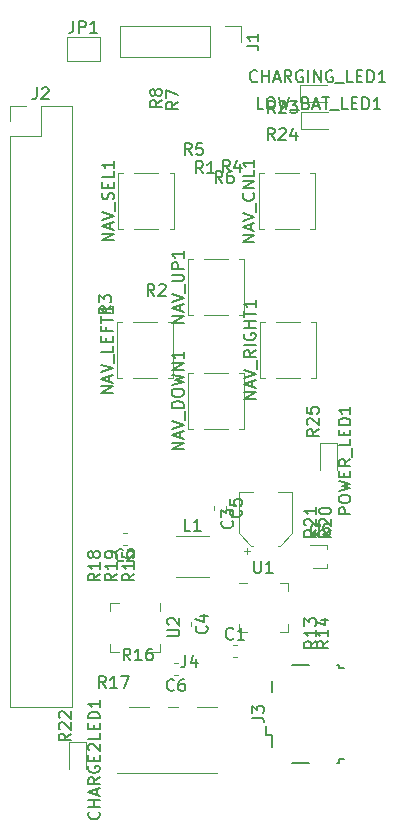
<source format=gbr>
G04 #@! TF.GenerationSoftware,KiCad,Pcbnew,5.0.2+dfsg1-1*
G04 #@! TF.CreationDate,2019-03-28T13:57:09+00:00*
G04 #@! TF.ProjectId,PiZeroInteract,50695a65-726f-4496-9e74-65726163742e,rev?*
G04 #@! TF.SameCoordinates,Original*
G04 #@! TF.FileFunction,Legend,Top*
G04 #@! TF.FilePolarity,Positive*
%FSLAX46Y46*%
G04 Gerber Fmt 4.6, Leading zero omitted, Abs format (unit mm)*
G04 Created by KiCad (PCBNEW 5.0.2+dfsg1-1) date Thu 28 Mar 2019 13:57:09 GMT*
%MOMM*%
%LPD*%
G01*
G04 APERTURE LIST*
%ADD10C,0.120000*%
%ADD11C,0.150000*%
G04 APERTURE END LIST*
D10*
G04 #@! TO.C,NAV_CNL1*
X137030000Y-72470000D02*
X137030000Y-67730000D01*
X137030000Y-72470000D02*
X137430000Y-72470000D01*
X137030000Y-67730000D02*
X137430000Y-67730000D01*
X141770000Y-72470000D02*
X141370000Y-72470000D01*
X141770000Y-72470000D02*
X141770000Y-67730000D01*
X141770000Y-67730000D02*
X141370000Y-67730000D01*
X140430000Y-67730000D02*
X138370000Y-67730000D01*
X140430000Y-72470000D02*
X138370000Y-72470000D01*
G04 #@! TO.C,L1*
X130013748Y-98490000D02*
X132786252Y-98490000D01*
X130013748Y-101910000D02*
X132786252Y-101910000D01*
G04 #@! TO.C,C4*
X130290000Y-105749721D02*
X130290000Y-106075279D01*
X131310000Y-105749721D02*
X131310000Y-106075279D01*
G04 #@! TO.C,C1*
X134849721Y-107690000D02*
X135175279Y-107690000D01*
X134849721Y-108710000D02*
X135175279Y-108710000D01*
G04 #@! TO.C,C2*
X125862779Y-99210000D02*
X125537221Y-99210000D01*
X125862779Y-98190000D02*
X125537221Y-98190000D01*
G04 #@! TO.C,C3*
X139860000Y-94740000D02*
X138660000Y-94740000D01*
X135340000Y-94740000D02*
X136540000Y-94740000D01*
X135340000Y-98195563D02*
X135340000Y-94740000D01*
X139860000Y-98195563D02*
X139860000Y-94740000D01*
X138795563Y-99260000D02*
X138660000Y-99260000D01*
X136404437Y-99260000D02*
X136540000Y-99260000D01*
X136404437Y-99260000D02*
X135340000Y-98195563D01*
X138795563Y-99260000D02*
X139860000Y-98195563D01*
X136040000Y-100000000D02*
X136040000Y-99500000D01*
X135790000Y-99750000D02*
X136290000Y-99750000D01*
G04 #@! TO.C,C5*
X133190000Y-95937221D02*
X133190000Y-96262779D01*
X134210000Y-95937221D02*
X134210000Y-96262779D01*
G04 #@! TO.C,C6*
X130162779Y-110210000D02*
X129837221Y-110210000D01*
X130162779Y-109190000D02*
X129837221Y-109190000D01*
G04 #@! TO.C,CHARGE2LED1*
X120965000Y-115915000D02*
X120965000Y-118200000D01*
X122435000Y-115915000D02*
X120965000Y-115915000D01*
X122435000Y-118200000D02*
X122435000Y-115915000D01*
G04 #@! TO.C,CHARGING_LED1*
X140515000Y-61735000D02*
X142800000Y-61735000D01*
X140515000Y-60265000D02*
X140515000Y-61735000D01*
X142800000Y-60265000D02*
X140515000Y-60265000D01*
G04 #@! TO.C,J1*
X125250000Y-55270000D02*
X125250000Y-57930000D01*
X132930000Y-55270000D02*
X125250000Y-55270000D01*
X132930000Y-57930000D02*
X125250000Y-57930000D01*
X132930000Y-55270000D02*
X132930000Y-57930000D01*
X134200000Y-55270000D02*
X135530000Y-55270000D01*
X135530000Y-55270000D02*
X135530000Y-56600000D01*
G04 #@! TO.C,J2*
X115970000Y-112940000D02*
X121170000Y-112940000D01*
X115970000Y-64620000D02*
X115970000Y-112940000D01*
X121170000Y-62020000D02*
X121170000Y-112940000D01*
X115970000Y-64620000D02*
X118570000Y-64620000D01*
X118570000Y-64620000D02*
X118570000Y-62020000D01*
X118570000Y-62020000D02*
X121170000Y-62020000D01*
X115970000Y-63350000D02*
X115970000Y-62020000D01*
X115970000Y-62020000D02*
X117300000Y-62020000D01*
D11*
G04 #@! TO.C,J3*
X139850000Y-117650000D02*
X141250000Y-117650000D01*
X143650000Y-117650000D02*
X143800000Y-117650000D01*
X143800000Y-117650000D02*
X143800000Y-117350000D01*
X143800000Y-117350000D02*
X144250000Y-117350000D01*
X144250000Y-109650000D02*
X143800000Y-109650000D01*
X143800000Y-109650000D02*
X143800000Y-109350000D01*
X143800000Y-109350000D02*
X143650000Y-109350000D01*
X141250000Y-109350000D02*
X139850000Y-109350000D01*
X137675000Y-114575000D02*
X137675000Y-115300000D01*
X137675000Y-115300000D02*
X138100000Y-115300000D01*
X138100000Y-115300000D02*
X138100000Y-116300000D01*
X138100000Y-111700000D02*
X138100000Y-110700000D01*
D10*
G04 #@! TO.C,J4*
X131800000Y-112900000D02*
X133500000Y-112900000D01*
X129300000Y-112900000D02*
X130200000Y-112900000D01*
X126000000Y-112900000D02*
X127700000Y-112900000D01*
X133500000Y-118510000D02*
X125000000Y-118510000D01*
G04 #@! TO.C,JP1*
X120750000Y-58200000D02*
X120750000Y-56200000D01*
X123550000Y-58200000D02*
X120750000Y-58200000D01*
X123550000Y-56200000D02*
X123550000Y-58200000D01*
X120750000Y-56200000D02*
X123550000Y-56200000D01*
G04 #@! TO.C,LOW_BAT_LED1*
X142900000Y-62565000D02*
X140615000Y-62565000D01*
X140615000Y-62565000D02*
X140615000Y-64035000D01*
X140615000Y-64035000D02*
X142900000Y-64035000D01*
G04 #@! TO.C,NAV_DOWN1*
X131030000Y-89370000D02*
X131030000Y-84630000D01*
X131030000Y-89370000D02*
X131430000Y-89370000D01*
X131030000Y-84630000D02*
X131430000Y-84630000D01*
X135770000Y-89370000D02*
X135370000Y-89370000D01*
X135770000Y-89370000D02*
X135770000Y-84630000D01*
X135770000Y-84630000D02*
X135370000Y-84630000D01*
X134430000Y-84630000D02*
X132370000Y-84630000D01*
X134430000Y-89370000D02*
X132370000Y-89370000D01*
G04 #@! TO.C,NAV_LEFT1*
X128430000Y-85070000D02*
X126370000Y-85070000D01*
X128430000Y-80330000D02*
X126370000Y-80330000D01*
X129770000Y-80330000D02*
X129370000Y-80330000D01*
X129770000Y-85070000D02*
X129770000Y-80330000D01*
X129770000Y-85070000D02*
X129370000Y-85070000D01*
X125030000Y-80330000D02*
X125430000Y-80330000D01*
X125030000Y-85070000D02*
X125430000Y-85070000D01*
X125030000Y-85070000D02*
X125030000Y-80330000D01*
G04 #@! TO.C,NAV_RIGHT1*
X137130000Y-85070000D02*
X137130000Y-80330000D01*
X137130000Y-85070000D02*
X137530000Y-85070000D01*
X137130000Y-80330000D02*
X137530000Y-80330000D01*
X141870000Y-85070000D02*
X141470000Y-85070000D01*
X141870000Y-85070000D02*
X141870000Y-80330000D01*
X141870000Y-80330000D02*
X141470000Y-80330000D01*
X140530000Y-80330000D02*
X138470000Y-80330000D01*
X140530000Y-85070000D02*
X138470000Y-85070000D01*
G04 #@! TO.C,NAV_SEL1*
X128530000Y-72470000D02*
X126470000Y-72470000D01*
X128530000Y-67730000D02*
X126470000Y-67730000D01*
X129870000Y-67730000D02*
X129470000Y-67730000D01*
X129870000Y-72470000D02*
X129870000Y-67730000D01*
X129870000Y-72470000D02*
X129470000Y-72470000D01*
X125130000Y-67730000D02*
X125530000Y-67730000D01*
X125130000Y-72470000D02*
X125530000Y-72470000D01*
X125130000Y-72470000D02*
X125130000Y-67730000D01*
G04 #@! TO.C,NAV_UP1*
X134430000Y-79770000D02*
X132370000Y-79770000D01*
X134430000Y-75030000D02*
X132370000Y-75030000D01*
X135770000Y-75030000D02*
X135370000Y-75030000D01*
X135770000Y-79770000D02*
X135770000Y-75030000D01*
X135770000Y-79770000D02*
X135370000Y-79770000D01*
X131030000Y-75030000D02*
X131430000Y-75030000D01*
X131030000Y-79770000D02*
X131430000Y-79770000D01*
X131030000Y-79770000D02*
X131030000Y-75030000D01*
G04 #@! TO.C,POWER_LED1*
X143635000Y-92887500D02*
X143635000Y-90602500D01*
X143635000Y-90602500D02*
X142165000Y-90602500D01*
X142165000Y-90602500D02*
X142165000Y-92887500D01*
G04 #@! TO.C,Q5*
X142760000Y-101160000D02*
X142760000Y-100850000D01*
X142760000Y-99240000D02*
X142760000Y-99550000D01*
X142760000Y-99240000D02*
X141350000Y-99240000D01*
X142760000Y-101160000D02*
X141600000Y-101160000D01*
G04 #@! TO.C,U1*
X139460000Y-102465000D02*
X139460000Y-103115000D01*
X135340000Y-106585000D02*
X135340000Y-105935000D01*
X139460000Y-106585000D02*
X139460000Y-105935000D01*
X135340000Y-106585000D02*
X135990000Y-106585000D01*
X139460000Y-106585000D02*
X138810000Y-106585000D01*
X139460000Y-102465000D02*
X138810000Y-102465000D01*
X135340000Y-102465000D02*
X135990000Y-102465000D01*
G04 #@! TO.C,U2*
X128647500Y-107585000D02*
X128647500Y-108310000D01*
X128647500Y-108310000D02*
X127922500Y-108310000D01*
X124427500Y-104815000D02*
X124427500Y-104090000D01*
X124427500Y-104090000D02*
X125152500Y-104090000D01*
X124427500Y-107585000D02*
X124427500Y-108310000D01*
X124427500Y-108310000D02*
X125152500Y-108310000D01*
X128647500Y-104815000D02*
X128647500Y-104090000D01*
G04 #@! TO.C,NAV_CNL1*
D11*
X136652380Y-73528571D02*
X135652380Y-73528571D01*
X136652380Y-72957142D01*
X135652380Y-72957142D01*
X136366666Y-72528571D02*
X136366666Y-72052380D01*
X136652380Y-72623809D02*
X135652380Y-72290476D01*
X136652380Y-71957142D01*
X135652380Y-71766666D02*
X136652380Y-71433333D01*
X135652380Y-71100000D01*
X136747619Y-71004761D02*
X136747619Y-70242857D01*
X136557142Y-69433333D02*
X136604761Y-69480952D01*
X136652380Y-69623809D01*
X136652380Y-69719047D01*
X136604761Y-69861904D01*
X136509523Y-69957142D01*
X136414285Y-70004761D01*
X136223809Y-70052380D01*
X136080952Y-70052380D01*
X135890476Y-70004761D01*
X135795238Y-69957142D01*
X135700000Y-69861904D01*
X135652380Y-69719047D01*
X135652380Y-69623809D01*
X135700000Y-69480952D01*
X135747619Y-69433333D01*
X136652380Y-69004761D02*
X135652380Y-69004761D01*
X136652380Y-68433333D01*
X135652380Y-68433333D01*
X136652380Y-67480952D02*
X136652380Y-67957142D01*
X135652380Y-67957142D01*
X136652380Y-66623809D02*
X136652380Y-67195238D01*
X136652380Y-66909523D02*
X135652380Y-66909523D01*
X135795238Y-67004761D01*
X135890476Y-67100000D01*
X135938095Y-67195238D01*
G04 #@! TO.C,L1*
X131233333Y-98002380D02*
X130757142Y-98002380D01*
X130757142Y-97002380D01*
X132090476Y-98002380D02*
X131519047Y-98002380D01*
X131804761Y-98002380D02*
X131804761Y-97002380D01*
X131709523Y-97145238D01*
X131614285Y-97240476D01*
X131519047Y-97288095D01*
G04 #@! TO.C,R15*
X126482380Y-101642857D02*
X126006190Y-101976190D01*
X126482380Y-102214285D02*
X125482380Y-102214285D01*
X125482380Y-101833333D01*
X125530000Y-101738095D01*
X125577619Y-101690476D01*
X125672857Y-101642857D01*
X125815714Y-101642857D01*
X125910952Y-101690476D01*
X125958571Y-101738095D01*
X126006190Y-101833333D01*
X126006190Y-102214285D01*
X126482380Y-100690476D02*
X126482380Y-101261904D01*
X126482380Y-100976190D02*
X125482380Y-100976190D01*
X125625238Y-101071428D01*
X125720476Y-101166666D01*
X125768095Y-101261904D01*
X125482380Y-99785714D02*
X125482380Y-100261904D01*
X125958571Y-100309523D01*
X125910952Y-100261904D01*
X125863333Y-100166666D01*
X125863333Y-99928571D01*
X125910952Y-99833333D01*
X125958571Y-99785714D01*
X126053809Y-99738095D01*
X126291904Y-99738095D01*
X126387142Y-99785714D01*
X126434761Y-99833333D01*
X126482380Y-99928571D01*
X126482380Y-100166666D01*
X126434761Y-100261904D01*
X126387142Y-100309523D01*
G04 #@! TO.C,C4*
X132587142Y-106079166D02*
X132634761Y-106126785D01*
X132682380Y-106269642D01*
X132682380Y-106364880D01*
X132634761Y-106507738D01*
X132539523Y-106602976D01*
X132444285Y-106650595D01*
X132253809Y-106698214D01*
X132110952Y-106698214D01*
X131920476Y-106650595D01*
X131825238Y-106602976D01*
X131730000Y-106507738D01*
X131682380Y-106364880D01*
X131682380Y-106269642D01*
X131730000Y-106126785D01*
X131777619Y-106079166D01*
X132015714Y-105222023D02*
X132682380Y-105222023D01*
X131634761Y-105460119D02*
X132349047Y-105698214D01*
X132349047Y-105079166D01*
G04 #@! TO.C,C1*
X134845833Y-107127142D02*
X134798214Y-107174761D01*
X134655357Y-107222380D01*
X134560119Y-107222380D01*
X134417261Y-107174761D01*
X134322023Y-107079523D01*
X134274404Y-106984285D01*
X134226785Y-106793809D01*
X134226785Y-106650952D01*
X134274404Y-106460476D01*
X134322023Y-106365238D01*
X134417261Y-106270000D01*
X134560119Y-106222380D01*
X134655357Y-106222380D01*
X134798214Y-106270000D01*
X134845833Y-106317619D01*
X135798214Y-107222380D02*
X135226785Y-107222380D01*
X135512500Y-107222380D02*
X135512500Y-106222380D01*
X135417261Y-106365238D01*
X135322023Y-106460476D01*
X135226785Y-106508095D01*
G04 #@! TO.C,C2*
X125533333Y-100487142D02*
X125485714Y-100534761D01*
X125342857Y-100582380D01*
X125247619Y-100582380D01*
X125104761Y-100534761D01*
X125009523Y-100439523D01*
X124961904Y-100344285D01*
X124914285Y-100153809D01*
X124914285Y-100010952D01*
X124961904Y-99820476D01*
X125009523Y-99725238D01*
X125104761Y-99630000D01*
X125247619Y-99582380D01*
X125342857Y-99582380D01*
X125485714Y-99630000D01*
X125533333Y-99677619D01*
X125914285Y-99677619D02*
X125961904Y-99630000D01*
X126057142Y-99582380D01*
X126295238Y-99582380D01*
X126390476Y-99630000D01*
X126438095Y-99677619D01*
X126485714Y-99772857D01*
X126485714Y-99868095D01*
X126438095Y-100010952D01*
X125866666Y-100582380D01*
X126485714Y-100582380D01*
G04 #@! TO.C,C3*
X134757142Y-97166666D02*
X134804761Y-97214285D01*
X134852380Y-97357142D01*
X134852380Y-97452380D01*
X134804761Y-97595238D01*
X134709523Y-97690476D01*
X134614285Y-97738095D01*
X134423809Y-97785714D01*
X134280952Y-97785714D01*
X134090476Y-97738095D01*
X133995238Y-97690476D01*
X133900000Y-97595238D01*
X133852380Y-97452380D01*
X133852380Y-97357142D01*
X133900000Y-97214285D01*
X133947619Y-97166666D01*
X133852380Y-96833333D02*
X133852380Y-96214285D01*
X134233333Y-96547619D01*
X134233333Y-96404761D01*
X134280952Y-96309523D01*
X134328571Y-96261904D01*
X134423809Y-96214285D01*
X134661904Y-96214285D01*
X134757142Y-96261904D01*
X134804761Y-96309523D01*
X134852380Y-96404761D01*
X134852380Y-96690476D01*
X134804761Y-96785714D01*
X134757142Y-96833333D01*
G04 #@! TO.C,C5*
X135487142Y-96266666D02*
X135534761Y-96314285D01*
X135582380Y-96457142D01*
X135582380Y-96552380D01*
X135534761Y-96695238D01*
X135439523Y-96790476D01*
X135344285Y-96838095D01*
X135153809Y-96885714D01*
X135010952Y-96885714D01*
X134820476Y-96838095D01*
X134725238Y-96790476D01*
X134630000Y-96695238D01*
X134582380Y-96552380D01*
X134582380Y-96457142D01*
X134630000Y-96314285D01*
X134677619Y-96266666D01*
X134582380Y-95361904D02*
X134582380Y-95838095D01*
X135058571Y-95885714D01*
X135010952Y-95838095D01*
X134963333Y-95742857D01*
X134963333Y-95504761D01*
X135010952Y-95409523D01*
X135058571Y-95361904D01*
X135153809Y-95314285D01*
X135391904Y-95314285D01*
X135487142Y-95361904D01*
X135534761Y-95409523D01*
X135582380Y-95504761D01*
X135582380Y-95742857D01*
X135534761Y-95838095D01*
X135487142Y-95885714D01*
G04 #@! TO.C,C6*
X129833333Y-111487142D02*
X129785714Y-111534761D01*
X129642857Y-111582380D01*
X129547619Y-111582380D01*
X129404761Y-111534761D01*
X129309523Y-111439523D01*
X129261904Y-111344285D01*
X129214285Y-111153809D01*
X129214285Y-111010952D01*
X129261904Y-110820476D01*
X129309523Y-110725238D01*
X129404761Y-110630000D01*
X129547619Y-110582380D01*
X129642857Y-110582380D01*
X129785714Y-110630000D01*
X129833333Y-110677619D01*
X130690476Y-110582380D02*
X130500000Y-110582380D01*
X130404761Y-110630000D01*
X130357142Y-110677619D01*
X130261904Y-110820476D01*
X130214285Y-111010952D01*
X130214285Y-111391904D01*
X130261904Y-111487142D01*
X130309523Y-111534761D01*
X130404761Y-111582380D01*
X130595238Y-111582380D01*
X130690476Y-111534761D01*
X130738095Y-111487142D01*
X130785714Y-111391904D01*
X130785714Y-111153809D01*
X130738095Y-111058571D01*
X130690476Y-111010952D01*
X130595238Y-110963333D01*
X130404761Y-110963333D01*
X130309523Y-111010952D01*
X130261904Y-111058571D01*
X130214285Y-111153809D01*
G04 #@! TO.C,CHARGE2LED1*
X123487142Y-121804761D02*
X123534761Y-121852380D01*
X123582380Y-121995238D01*
X123582380Y-122090476D01*
X123534761Y-122233333D01*
X123439523Y-122328571D01*
X123344285Y-122376190D01*
X123153809Y-122423809D01*
X123010952Y-122423809D01*
X122820476Y-122376190D01*
X122725238Y-122328571D01*
X122630000Y-122233333D01*
X122582380Y-122090476D01*
X122582380Y-121995238D01*
X122630000Y-121852380D01*
X122677619Y-121804761D01*
X123582380Y-121376190D02*
X122582380Y-121376190D01*
X123058571Y-121376190D02*
X123058571Y-120804761D01*
X123582380Y-120804761D02*
X122582380Y-120804761D01*
X123296666Y-120376190D02*
X123296666Y-119900000D01*
X123582380Y-120471428D02*
X122582380Y-120138095D01*
X123582380Y-119804761D01*
X123582380Y-118900000D02*
X123106190Y-119233333D01*
X123582380Y-119471428D02*
X122582380Y-119471428D01*
X122582380Y-119090476D01*
X122630000Y-118995238D01*
X122677619Y-118947619D01*
X122772857Y-118900000D01*
X122915714Y-118900000D01*
X123010952Y-118947619D01*
X123058571Y-118995238D01*
X123106190Y-119090476D01*
X123106190Y-119471428D01*
X122630000Y-117947619D02*
X122582380Y-118042857D01*
X122582380Y-118185714D01*
X122630000Y-118328571D01*
X122725238Y-118423809D01*
X122820476Y-118471428D01*
X123010952Y-118519047D01*
X123153809Y-118519047D01*
X123344285Y-118471428D01*
X123439523Y-118423809D01*
X123534761Y-118328571D01*
X123582380Y-118185714D01*
X123582380Y-118090476D01*
X123534761Y-117947619D01*
X123487142Y-117900000D01*
X123153809Y-117900000D01*
X123153809Y-118090476D01*
X123058571Y-117471428D02*
X123058571Y-117138095D01*
X123582380Y-116995238D02*
X123582380Y-117471428D01*
X122582380Y-117471428D01*
X122582380Y-116995238D01*
X122677619Y-116614285D02*
X122630000Y-116566666D01*
X122582380Y-116471428D01*
X122582380Y-116233333D01*
X122630000Y-116138095D01*
X122677619Y-116090476D01*
X122772857Y-116042857D01*
X122868095Y-116042857D01*
X123010952Y-116090476D01*
X123582380Y-116661904D01*
X123582380Y-116042857D01*
X123582380Y-115138095D02*
X123582380Y-115614285D01*
X122582380Y-115614285D01*
X123058571Y-114804761D02*
X123058571Y-114471428D01*
X123582380Y-114328571D02*
X123582380Y-114804761D01*
X122582380Y-114804761D01*
X122582380Y-114328571D01*
X123582380Y-113900000D02*
X122582380Y-113900000D01*
X122582380Y-113661904D01*
X122630000Y-113519047D01*
X122725238Y-113423809D01*
X122820476Y-113376190D01*
X123010952Y-113328571D01*
X123153809Y-113328571D01*
X123344285Y-113376190D01*
X123439523Y-113423809D01*
X123534761Y-113519047D01*
X123582380Y-113661904D01*
X123582380Y-113900000D01*
X123582380Y-112376190D02*
X123582380Y-112947619D01*
X123582380Y-112661904D02*
X122582380Y-112661904D01*
X122725238Y-112757142D01*
X122820476Y-112852380D01*
X122868095Y-112947619D01*
G04 #@! TO.C,CHARGING_LED1*
X136880952Y-59927142D02*
X136833333Y-59974761D01*
X136690476Y-60022380D01*
X136595238Y-60022380D01*
X136452380Y-59974761D01*
X136357142Y-59879523D01*
X136309523Y-59784285D01*
X136261904Y-59593809D01*
X136261904Y-59450952D01*
X136309523Y-59260476D01*
X136357142Y-59165238D01*
X136452380Y-59070000D01*
X136595238Y-59022380D01*
X136690476Y-59022380D01*
X136833333Y-59070000D01*
X136880952Y-59117619D01*
X137309523Y-60022380D02*
X137309523Y-59022380D01*
X137309523Y-59498571D02*
X137880952Y-59498571D01*
X137880952Y-60022380D02*
X137880952Y-59022380D01*
X138309523Y-59736666D02*
X138785714Y-59736666D01*
X138214285Y-60022380D02*
X138547619Y-59022380D01*
X138880952Y-60022380D01*
X139785714Y-60022380D02*
X139452380Y-59546190D01*
X139214285Y-60022380D02*
X139214285Y-59022380D01*
X139595238Y-59022380D01*
X139690476Y-59070000D01*
X139738095Y-59117619D01*
X139785714Y-59212857D01*
X139785714Y-59355714D01*
X139738095Y-59450952D01*
X139690476Y-59498571D01*
X139595238Y-59546190D01*
X139214285Y-59546190D01*
X140738095Y-59070000D02*
X140642857Y-59022380D01*
X140500000Y-59022380D01*
X140357142Y-59070000D01*
X140261904Y-59165238D01*
X140214285Y-59260476D01*
X140166666Y-59450952D01*
X140166666Y-59593809D01*
X140214285Y-59784285D01*
X140261904Y-59879523D01*
X140357142Y-59974761D01*
X140500000Y-60022380D01*
X140595238Y-60022380D01*
X140738095Y-59974761D01*
X140785714Y-59927142D01*
X140785714Y-59593809D01*
X140595238Y-59593809D01*
X141214285Y-60022380D02*
X141214285Y-59022380D01*
X141690476Y-60022380D02*
X141690476Y-59022380D01*
X142261904Y-60022380D01*
X142261904Y-59022380D01*
X143261904Y-59070000D02*
X143166666Y-59022380D01*
X143023809Y-59022380D01*
X142880952Y-59070000D01*
X142785714Y-59165238D01*
X142738095Y-59260476D01*
X142690476Y-59450952D01*
X142690476Y-59593809D01*
X142738095Y-59784285D01*
X142785714Y-59879523D01*
X142880952Y-59974761D01*
X143023809Y-60022380D01*
X143119047Y-60022380D01*
X143261904Y-59974761D01*
X143309523Y-59927142D01*
X143309523Y-59593809D01*
X143119047Y-59593809D01*
X143500000Y-60117619D02*
X144261904Y-60117619D01*
X144976190Y-60022380D02*
X144500000Y-60022380D01*
X144500000Y-59022380D01*
X145309523Y-59498571D02*
X145642857Y-59498571D01*
X145785714Y-60022380D02*
X145309523Y-60022380D01*
X145309523Y-59022380D01*
X145785714Y-59022380D01*
X146214285Y-60022380D02*
X146214285Y-59022380D01*
X146452380Y-59022380D01*
X146595238Y-59070000D01*
X146690476Y-59165238D01*
X146738095Y-59260476D01*
X146785714Y-59450952D01*
X146785714Y-59593809D01*
X146738095Y-59784285D01*
X146690476Y-59879523D01*
X146595238Y-59974761D01*
X146452380Y-60022380D01*
X146214285Y-60022380D01*
X147738095Y-60022380D02*
X147166666Y-60022380D01*
X147452380Y-60022380D02*
X147452380Y-59022380D01*
X147357142Y-59165238D01*
X147261904Y-59260476D01*
X147166666Y-59308095D01*
G04 #@! TO.C,J1*
X135982380Y-56933333D02*
X136696666Y-56933333D01*
X136839523Y-56980952D01*
X136934761Y-57076190D01*
X136982380Y-57219047D01*
X136982380Y-57314285D01*
X136982380Y-55933333D02*
X136982380Y-56504761D01*
X136982380Y-56219047D02*
X135982380Y-56219047D01*
X136125238Y-56314285D01*
X136220476Y-56409523D01*
X136268095Y-56504761D01*
G04 #@! TO.C,J2*
X118236666Y-60472380D02*
X118236666Y-61186666D01*
X118189047Y-61329523D01*
X118093809Y-61424761D01*
X117950952Y-61472380D01*
X117855714Y-61472380D01*
X118665238Y-60567619D02*
X118712857Y-60520000D01*
X118808095Y-60472380D01*
X119046190Y-60472380D01*
X119141428Y-60520000D01*
X119189047Y-60567619D01*
X119236666Y-60662857D01*
X119236666Y-60758095D01*
X119189047Y-60900952D01*
X118617619Y-61472380D01*
X119236666Y-61472380D01*
G04 #@! TO.C,J3*
X136452380Y-113833333D02*
X137166666Y-113833333D01*
X137309523Y-113880952D01*
X137404761Y-113976190D01*
X137452380Y-114119047D01*
X137452380Y-114214285D01*
X136452380Y-113452380D02*
X136452380Y-112833333D01*
X136833333Y-113166666D01*
X136833333Y-113023809D01*
X136880952Y-112928571D01*
X136928571Y-112880952D01*
X137023809Y-112833333D01*
X137261904Y-112833333D01*
X137357142Y-112880952D01*
X137404761Y-112928571D01*
X137452380Y-113023809D01*
X137452380Y-113309523D01*
X137404761Y-113404761D01*
X137357142Y-113452380D01*
G04 #@! TO.C,J4*
X130816666Y-108552380D02*
X130816666Y-109266666D01*
X130769047Y-109409523D01*
X130673809Y-109504761D01*
X130530952Y-109552380D01*
X130435714Y-109552380D01*
X131721428Y-108885714D02*
X131721428Y-109552380D01*
X131483333Y-108504761D02*
X131245238Y-109219047D01*
X131864285Y-109219047D01*
G04 #@! TO.C,JP1*
X121316666Y-54852380D02*
X121316666Y-55566666D01*
X121269047Y-55709523D01*
X121173809Y-55804761D01*
X121030952Y-55852380D01*
X120935714Y-55852380D01*
X121792857Y-55852380D02*
X121792857Y-54852380D01*
X122173809Y-54852380D01*
X122269047Y-54900000D01*
X122316666Y-54947619D01*
X122364285Y-55042857D01*
X122364285Y-55185714D01*
X122316666Y-55280952D01*
X122269047Y-55328571D01*
X122173809Y-55376190D01*
X121792857Y-55376190D01*
X123316666Y-55852380D02*
X122745238Y-55852380D01*
X123030952Y-55852380D02*
X123030952Y-54852380D01*
X122935714Y-54995238D01*
X122840476Y-55090476D01*
X122745238Y-55138095D01*
G04 #@! TO.C,LOW_BAT_LED1*
X137409523Y-62322380D02*
X136933333Y-62322380D01*
X136933333Y-61322380D01*
X137933333Y-61322380D02*
X138123809Y-61322380D01*
X138219047Y-61370000D01*
X138314285Y-61465238D01*
X138361904Y-61655714D01*
X138361904Y-61989047D01*
X138314285Y-62179523D01*
X138219047Y-62274761D01*
X138123809Y-62322380D01*
X137933333Y-62322380D01*
X137838095Y-62274761D01*
X137742857Y-62179523D01*
X137695238Y-61989047D01*
X137695238Y-61655714D01*
X137742857Y-61465238D01*
X137838095Y-61370000D01*
X137933333Y-61322380D01*
X138695238Y-61322380D02*
X138933333Y-62322380D01*
X139123809Y-61608095D01*
X139314285Y-62322380D01*
X139552380Y-61322380D01*
X139695238Y-62417619D02*
X140457142Y-62417619D01*
X141028571Y-61798571D02*
X141171428Y-61846190D01*
X141219047Y-61893809D01*
X141266666Y-61989047D01*
X141266666Y-62131904D01*
X141219047Y-62227142D01*
X141171428Y-62274761D01*
X141076190Y-62322380D01*
X140695238Y-62322380D01*
X140695238Y-61322380D01*
X141028571Y-61322380D01*
X141123809Y-61370000D01*
X141171428Y-61417619D01*
X141219047Y-61512857D01*
X141219047Y-61608095D01*
X141171428Y-61703333D01*
X141123809Y-61750952D01*
X141028571Y-61798571D01*
X140695238Y-61798571D01*
X141647619Y-62036666D02*
X142123809Y-62036666D01*
X141552380Y-62322380D02*
X141885714Y-61322380D01*
X142219047Y-62322380D01*
X142409523Y-61322380D02*
X142980952Y-61322380D01*
X142695238Y-62322380D02*
X142695238Y-61322380D01*
X143076190Y-62417619D02*
X143838095Y-62417619D01*
X144552380Y-62322380D02*
X144076190Y-62322380D01*
X144076190Y-61322380D01*
X144885714Y-61798571D02*
X145219047Y-61798571D01*
X145361904Y-62322380D02*
X144885714Y-62322380D01*
X144885714Y-61322380D01*
X145361904Y-61322380D01*
X145790476Y-62322380D02*
X145790476Y-61322380D01*
X146028571Y-61322380D01*
X146171428Y-61370000D01*
X146266666Y-61465238D01*
X146314285Y-61560476D01*
X146361904Y-61750952D01*
X146361904Y-61893809D01*
X146314285Y-62084285D01*
X146266666Y-62179523D01*
X146171428Y-62274761D01*
X146028571Y-62322380D01*
X145790476Y-62322380D01*
X147314285Y-62322380D02*
X146742857Y-62322380D01*
X147028571Y-62322380D02*
X147028571Y-61322380D01*
X146933333Y-61465238D01*
X146838095Y-61560476D01*
X146742857Y-61608095D01*
G04 #@! TO.C,NAV_DOWN1*
X130652380Y-91119047D02*
X129652380Y-91119047D01*
X130652380Y-90547619D01*
X129652380Y-90547619D01*
X130366666Y-90119047D02*
X130366666Y-89642857D01*
X130652380Y-90214285D02*
X129652380Y-89880952D01*
X130652380Y-89547619D01*
X129652380Y-89357142D02*
X130652380Y-89023809D01*
X129652380Y-88690476D01*
X130747619Y-88595238D02*
X130747619Y-87833333D01*
X130652380Y-87595238D02*
X129652380Y-87595238D01*
X129652380Y-87357142D01*
X129700000Y-87214285D01*
X129795238Y-87119047D01*
X129890476Y-87071428D01*
X130080952Y-87023809D01*
X130223809Y-87023809D01*
X130414285Y-87071428D01*
X130509523Y-87119047D01*
X130604761Y-87214285D01*
X130652380Y-87357142D01*
X130652380Y-87595238D01*
X129652380Y-86404761D02*
X129652380Y-86214285D01*
X129700000Y-86119047D01*
X129795238Y-86023809D01*
X129985714Y-85976190D01*
X130319047Y-85976190D01*
X130509523Y-86023809D01*
X130604761Y-86119047D01*
X130652380Y-86214285D01*
X130652380Y-86404761D01*
X130604761Y-86500000D01*
X130509523Y-86595238D01*
X130319047Y-86642857D01*
X129985714Y-86642857D01*
X129795238Y-86595238D01*
X129700000Y-86500000D01*
X129652380Y-86404761D01*
X129652380Y-85642857D02*
X130652380Y-85404761D01*
X129938095Y-85214285D01*
X130652380Y-85023809D01*
X129652380Y-84785714D01*
X130652380Y-84404761D02*
X129652380Y-84404761D01*
X130652380Y-83833333D01*
X129652380Y-83833333D01*
X130652380Y-82833333D02*
X130652380Y-83404761D01*
X130652380Y-83119047D02*
X129652380Y-83119047D01*
X129795238Y-83214285D01*
X129890476Y-83309523D01*
X129938095Y-83404761D01*
G04 #@! TO.C,NAV_LEFT1*
X124652380Y-86366666D02*
X123652380Y-86366666D01*
X124652380Y-85795238D01*
X123652380Y-85795238D01*
X124366666Y-85366666D02*
X124366666Y-84890476D01*
X124652380Y-85461904D02*
X123652380Y-85128571D01*
X124652380Y-84795238D01*
X123652380Y-84604761D02*
X124652380Y-84271428D01*
X123652380Y-83938095D01*
X124747619Y-83842857D02*
X124747619Y-83080952D01*
X124652380Y-82366666D02*
X124652380Y-82842857D01*
X123652380Y-82842857D01*
X124128571Y-82033333D02*
X124128571Y-81700000D01*
X124652380Y-81557142D02*
X124652380Y-82033333D01*
X123652380Y-82033333D01*
X123652380Y-81557142D01*
X124128571Y-80795238D02*
X124128571Y-81128571D01*
X124652380Y-81128571D02*
X123652380Y-81128571D01*
X123652380Y-80652380D01*
X123652380Y-80414285D02*
X123652380Y-79842857D01*
X124652380Y-80128571D02*
X123652380Y-80128571D01*
X124652380Y-78985714D02*
X124652380Y-79557142D01*
X124652380Y-79271428D02*
X123652380Y-79271428D01*
X123795238Y-79366666D01*
X123890476Y-79461904D01*
X123938095Y-79557142D01*
G04 #@! TO.C,NAV_RIGHT1*
X136752380Y-86842857D02*
X135752380Y-86842857D01*
X136752380Y-86271428D01*
X135752380Y-86271428D01*
X136466666Y-85842857D02*
X136466666Y-85366666D01*
X136752380Y-85938095D02*
X135752380Y-85604761D01*
X136752380Y-85271428D01*
X135752380Y-85080952D02*
X136752380Y-84747619D01*
X135752380Y-84414285D01*
X136847619Y-84319047D02*
X136847619Y-83557142D01*
X136752380Y-82747619D02*
X136276190Y-83080952D01*
X136752380Y-83319047D02*
X135752380Y-83319047D01*
X135752380Y-82938095D01*
X135800000Y-82842857D01*
X135847619Y-82795238D01*
X135942857Y-82747619D01*
X136085714Y-82747619D01*
X136180952Y-82795238D01*
X136228571Y-82842857D01*
X136276190Y-82938095D01*
X136276190Y-83319047D01*
X136752380Y-82319047D02*
X135752380Y-82319047D01*
X135800000Y-81319047D02*
X135752380Y-81414285D01*
X135752380Y-81557142D01*
X135800000Y-81700000D01*
X135895238Y-81795238D01*
X135990476Y-81842857D01*
X136180952Y-81890476D01*
X136323809Y-81890476D01*
X136514285Y-81842857D01*
X136609523Y-81795238D01*
X136704761Y-81700000D01*
X136752380Y-81557142D01*
X136752380Y-81461904D01*
X136704761Y-81319047D01*
X136657142Y-81271428D01*
X136323809Y-81271428D01*
X136323809Y-81461904D01*
X136752380Y-80842857D02*
X135752380Y-80842857D01*
X136228571Y-80842857D02*
X136228571Y-80271428D01*
X136752380Y-80271428D02*
X135752380Y-80271428D01*
X135752380Y-79938095D02*
X135752380Y-79366666D01*
X136752380Y-79652380D02*
X135752380Y-79652380D01*
X136752380Y-78509523D02*
X136752380Y-79080952D01*
X136752380Y-78795238D02*
X135752380Y-78795238D01*
X135895238Y-78890476D01*
X135990476Y-78985714D01*
X136038095Y-79080952D01*
G04 #@! TO.C,NAV_SEL1*
X124752380Y-73433333D02*
X123752380Y-73433333D01*
X124752380Y-72861904D01*
X123752380Y-72861904D01*
X124466666Y-72433333D02*
X124466666Y-71957142D01*
X124752380Y-72528571D02*
X123752380Y-72195238D01*
X124752380Y-71861904D01*
X123752380Y-71671428D02*
X124752380Y-71338095D01*
X123752380Y-71004761D01*
X124847619Y-70909523D02*
X124847619Y-70147619D01*
X124704761Y-69957142D02*
X124752380Y-69814285D01*
X124752380Y-69576190D01*
X124704761Y-69480952D01*
X124657142Y-69433333D01*
X124561904Y-69385714D01*
X124466666Y-69385714D01*
X124371428Y-69433333D01*
X124323809Y-69480952D01*
X124276190Y-69576190D01*
X124228571Y-69766666D01*
X124180952Y-69861904D01*
X124133333Y-69909523D01*
X124038095Y-69957142D01*
X123942857Y-69957142D01*
X123847619Y-69909523D01*
X123800000Y-69861904D01*
X123752380Y-69766666D01*
X123752380Y-69528571D01*
X123800000Y-69385714D01*
X124228571Y-68957142D02*
X124228571Y-68623809D01*
X124752380Y-68480952D02*
X124752380Y-68957142D01*
X123752380Y-68957142D01*
X123752380Y-68480952D01*
X124752380Y-67576190D02*
X124752380Y-68052380D01*
X123752380Y-68052380D01*
X124752380Y-66719047D02*
X124752380Y-67290476D01*
X124752380Y-67004761D02*
X123752380Y-67004761D01*
X123895238Y-67100000D01*
X123990476Y-67195238D01*
X124038095Y-67290476D01*
G04 #@! TO.C,NAV_UP1*
X130652380Y-80423809D02*
X129652380Y-80423809D01*
X130652380Y-79852380D01*
X129652380Y-79852380D01*
X130366666Y-79423809D02*
X130366666Y-78947619D01*
X130652380Y-79519047D02*
X129652380Y-79185714D01*
X130652380Y-78852380D01*
X129652380Y-78661904D02*
X130652380Y-78328571D01*
X129652380Y-77995238D01*
X130747619Y-77900000D02*
X130747619Y-77138095D01*
X129652380Y-76900000D02*
X130461904Y-76900000D01*
X130557142Y-76852380D01*
X130604761Y-76804761D01*
X130652380Y-76709523D01*
X130652380Y-76519047D01*
X130604761Y-76423809D01*
X130557142Y-76376190D01*
X130461904Y-76328571D01*
X129652380Y-76328571D01*
X130652380Y-75852380D02*
X129652380Y-75852380D01*
X129652380Y-75471428D01*
X129700000Y-75376190D01*
X129747619Y-75328571D01*
X129842857Y-75280952D01*
X129985714Y-75280952D01*
X130080952Y-75328571D01*
X130128571Y-75376190D01*
X130176190Y-75471428D01*
X130176190Y-75852380D01*
X130652380Y-74328571D02*
X130652380Y-74900000D01*
X130652380Y-74614285D02*
X129652380Y-74614285D01*
X129795238Y-74709523D01*
X129890476Y-74804761D01*
X129938095Y-74900000D01*
G04 #@! TO.C,POWER_LED1*
X144782380Y-96611309D02*
X143782380Y-96611309D01*
X143782380Y-96230357D01*
X143830000Y-96135119D01*
X143877619Y-96087500D01*
X143972857Y-96039880D01*
X144115714Y-96039880D01*
X144210952Y-96087500D01*
X144258571Y-96135119D01*
X144306190Y-96230357D01*
X144306190Y-96611309D01*
X143782380Y-95420833D02*
X143782380Y-95230357D01*
X143830000Y-95135119D01*
X143925238Y-95039880D01*
X144115714Y-94992261D01*
X144449047Y-94992261D01*
X144639523Y-95039880D01*
X144734761Y-95135119D01*
X144782380Y-95230357D01*
X144782380Y-95420833D01*
X144734761Y-95516071D01*
X144639523Y-95611309D01*
X144449047Y-95658928D01*
X144115714Y-95658928D01*
X143925238Y-95611309D01*
X143830000Y-95516071D01*
X143782380Y-95420833D01*
X143782380Y-94658928D02*
X144782380Y-94420833D01*
X144068095Y-94230357D01*
X144782380Y-94039880D01*
X143782380Y-93801785D01*
X144258571Y-93420833D02*
X144258571Y-93087500D01*
X144782380Y-92944642D02*
X144782380Y-93420833D01*
X143782380Y-93420833D01*
X143782380Y-92944642D01*
X144782380Y-91944642D02*
X144306190Y-92277976D01*
X144782380Y-92516071D02*
X143782380Y-92516071D01*
X143782380Y-92135119D01*
X143830000Y-92039880D01*
X143877619Y-91992261D01*
X143972857Y-91944642D01*
X144115714Y-91944642D01*
X144210952Y-91992261D01*
X144258571Y-92039880D01*
X144306190Y-92135119D01*
X144306190Y-92516071D01*
X144877619Y-91754166D02*
X144877619Y-90992261D01*
X144782380Y-90277976D02*
X144782380Y-90754166D01*
X143782380Y-90754166D01*
X144258571Y-89944642D02*
X144258571Y-89611309D01*
X144782380Y-89468452D02*
X144782380Y-89944642D01*
X143782380Y-89944642D01*
X143782380Y-89468452D01*
X144782380Y-89039880D02*
X143782380Y-89039880D01*
X143782380Y-88801785D01*
X143830000Y-88658928D01*
X143925238Y-88563690D01*
X144020476Y-88516071D01*
X144210952Y-88468452D01*
X144353809Y-88468452D01*
X144544285Y-88516071D01*
X144639523Y-88563690D01*
X144734761Y-88658928D01*
X144782380Y-88801785D01*
X144782380Y-89039880D01*
X144782380Y-87516071D02*
X144782380Y-88087500D01*
X144782380Y-87801785D02*
X143782380Y-87801785D01*
X143925238Y-87897023D01*
X144020476Y-87992261D01*
X144068095Y-88087500D01*
G04 #@! TO.C,Q5*
X142154761Y-98497619D02*
X142059523Y-98450000D01*
X141964285Y-98354761D01*
X141821428Y-98211904D01*
X141726190Y-98164285D01*
X141630952Y-98164285D01*
X141678571Y-98402380D02*
X141583333Y-98354761D01*
X141488095Y-98259523D01*
X141440476Y-98069047D01*
X141440476Y-97735714D01*
X141488095Y-97545238D01*
X141583333Y-97450000D01*
X141678571Y-97402380D01*
X141869047Y-97402380D01*
X141964285Y-97450000D01*
X142059523Y-97545238D01*
X142107142Y-97735714D01*
X142107142Y-98069047D01*
X142059523Y-98259523D01*
X141964285Y-98354761D01*
X141869047Y-98402380D01*
X141678571Y-98402380D01*
X143011904Y-97402380D02*
X142535714Y-97402380D01*
X142488095Y-97878571D01*
X142535714Y-97830952D01*
X142630952Y-97783333D01*
X142869047Y-97783333D01*
X142964285Y-97830952D01*
X143011904Y-97878571D01*
X143059523Y-97973809D01*
X143059523Y-98211904D01*
X143011904Y-98307142D01*
X142964285Y-98354761D01*
X142869047Y-98402380D01*
X142630952Y-98402380D01*
X142535714Y-98354761D01*
X142488095Y-98307142D01*
G04 #@! TO.C,R1*
X132283333Y-67732380D02*
X131950000Y-67256190D01*
X131711904Y-67732380D02*
X131711904Y-66732380D01*
X132092857Y-66732380D01*
X132188095Y-66780000D01*
X132235714Y-66827619D01*
X132283333Y-66922857D01*
X132283333Y-67065714D01*
X132235714Y-67160952D01*
X132188095Y-67208571D01*
X132092857Y-67256190D01*
X131711904Y-67256190D01*
X133235714Y-67732380D02*
X132664285Y-67732380D01*
X132950000Y-67732380D02*
X132950000Y-66732380D01*
X132854761Y-66875238D01*
X132759523Y-66970476D01*
X132664285Y-67018095D01*
G04 #@! TO.C,R2*
X128183333Y-78122380D02*
X127850000Y-77646190D01*
X127611904Y-78122380D02*
X127611904Y-77122380D01*
X127992857Y-77122380D01*
X128088095Y-77170000D01*
X128135714Y-77217619D01*
X128183333Y-77312857D01*
X128183333Y-77455714D01*
X128135714Y-77550952D01*
X128088095Y-77598571D01*
X127992857Y-77646190D01*
X127611904Y-77646190D01*
X128564285Y-77217619D02*
X128611904Y-77170000D01*
X128707142Y-77122380D01*
X128945238Y-77122380D01*
X129040476Y-77170000D01*
X129088095Y-77217619D01*
X129135714Y-77312857D01*
X129135714Y-77408095D01*
X129088095Y-77550952D01*
X128516666Y-78122380D01*
X129135714Y-78122380D01*
G04 #@! TO.C,R3*
X124522380Y-79016666D02*
X124046190Y-79350000D01*
X124522380Y-79588095D02*
X123522380Y-79588095D01*
X123522380Y-79207142D01*
X123570000Y-79111904D01*
X123617619Y-79064285D01*
X123712857Y-79016666D01*
X123855714Y-79016666D01*
X123950952Y-79064285D01*
X123998571Y-79111904D01*
X124046190Y-79207142D01*
X124046190Y-79588095D01*
X123522380Y-78683333D02*
X123522380Y-78064285D01*
X123903333Y-78397619D01*
X123903333Y-78254761D01*
X123950952Y-78159523D01*
X123998571Y-78111904D01*
X124093809Y-78064285D01*
X124331904Y-78064285D01*
X124427142Y-78111904D01*
X124474761Y-78159523D01*
X124522380Y-78254761D01*
X124522380Y-78540476D01*
X124474761Y-78635714D01*
X124427142Y-78683333D01*
G04 #@! TO.C,R4*
X134583333Y-67632380D02*
X134250000Y-67156190D01*
X134011904Y-67632380D02*
X134011904Y-66632380D01*
X134392857Y-66632380D01*
X134488095Y-66680000D01*
X134535714Y-66727619D01*
X134583333Y-66822857D01*
X134583333Y-66965714D01*
X134535714Y-67060952D01*
X134488095Y-67108571D01*
X134392857Y-67156190D01*
X134011904Y-67156190D01*
X135440476Y-66965714D02*
X135440476Y-67632380D01*
X135202380Y-66584761D02*
X134964285Y-67299047D01*
X135583333Y-67299047D01*
G04 #@! TO.C,R5*
X131333333Y-66182380D02*
X131000000Y-65706190D01*
X130761904Y-66182380D02*
X130761904Y-65182380D01*
X131142857Y-65182380D01*
X131238095Y-65230000D01*
X131285714Y-65277619D01*
X131333333Y-65372857D01*
X131333333Y-65515714D01*
X131285714Y-65610952D01*
X131238095Y-65658571D01*
X131142857Y-65706190D01*
X130761904Y-65706190D01*
X132238095Y-65182380D02*
X131761904Y-65182380D01*
X131714285Y-65658571D01*
X131761904Y-65610952D01*
X131857142Y-65563333D01*
X132095238Y-65563333D01*
X132190476Y-65610952D01*
X132238095Y-65658571D01*
X132285714Y-65753809D01*
X132285714Y-65991904D01*
X132238095Y-66087142D01*
X132190476Y-66134761D01*
X132095238Y-66182380D01*
X131857142Y-66182380D01*
X131761904Y-66134761D01*
X131714285Y-66087142D01*
G04 #@! TO.C,R6*
X133933333Y-68572380D02*
X133600000Y-68096190D01*
X133361904Y-68572380D02*
X133361904Y-67572380D01*
X133742857Y-67572380D01*
X133838095Y-67620000D01*
X133885714Y-67667619D01*
X133933333Y-67762857D01*
X133933333Y-67905714D01*
X133885714Y-68000952D01*
X133838095Y-68048571D01*
X133742857Y-68096190D01*
X133361904Y-68096190D01*
X134790476Y-67572380D02*
X134600000Y-67572380D01*
X134504761Y-67620000D01*
X134457142Y-67667619D01*
X134361904Y-67810476D01*
X134314285Y-68000952D01*
X134314285Y-68381904D01*
X134361904Y-68477142D01*
X134409523Y-68524761D01*
X134504761Y-68572380D01*
X134695238Y-68572380D01*
X134790476Y-68524761D01*
X134838095Y-68477142D01*
X134885714Y-68381904D01*
X134885714Y-68143809D01*
X134838095Y-68048571D01*
X134790476Y-68000952D01*
X134695238Y-67953333D01*
X134504761Y-67953333D01*
X134409523Y-68000952D01*
X134361904Y-68048571D01*
X134314285Y-68143809D01*
G04 #@! TO.C,R7*
X130182380Y-61701666D02*
X129706190Y-62035000D01*
X130182380Y-62273095D02*
X129182380Y-62273095D01*
X129182380Y-61892142D01*
X129230000Y-61796904D01*
X129277619Y-61749285D01*
X129372857Y-61701666D01*
X129515714Y-61701666D01*
X129610952Y-61749285D01*
X129658571Y-61796904D01*
X129706190Y-61892142D01*
X129706190Y-62273095D01*
X129182380Y-61368333D02*
X129182380Y-60701666D01*
X130182380Y-61130238D01*
G04 #@! TO.C,R8*
X128832380Y-61559667D02*
X128356190Y-61893001D01*
X128832380Y-62131096D02*
X127832380Y-62131096D01*
X127832380Y-61750143D01*
X127880000Y-61654905D01*
X127927619Y-61607286D01*
X128022857Y-61559667D01*
X128165714Y-61559667D01*
X128260952Y-61607286D01*
X128308571Y-61654905D01*
X128356190Y-61750143D01*
X128356190Y-62131096D01*
X128260952Y-60988239D02*
X128213333Y-61083477D01*
X128165714Y-61131096D01*
X128070476Y-61178715D01*
X128022857Y-61178715D01*
X127927619Y-61131096D01*
X127880000Y-61083477D01*
X127832380Y-60988239D01*
X127832380Y-60797762D01*
X127880000Y-60702524D01*
X127927619Y-60654905D01*
X128022857Y-60607286D01*
X128070476Y-60607286D01*
X128165714Y-60654905D01*
X128213333Y-60702524D01*
X128260952Y-60797762D01*
X128260952Y-60988239D01*
X128308571Y-61083477D01*
X128356190Y-61131096D01*
X128451428Y-61178715D01*
X128641904Y-61178715D01*
X128737142Y-61131096D01*
X128784761Y-61083477D01*
X128832380Y-60988239D01*
X128832380Y-60797762D01*
X128784761Y-60702524D01*
X128737142Y-60654905D01*
X128641904Y-60607286D01*
X128451428Y-60607286D01*
X128356190Y-60654905D01*
X128308571Y-60702524D01*
X128260952Y-60797762D01*
G04 #@! TO.C,R13*
X141882380Y-107342857D02*
X141406190Y-107676190D01*
X141882380Y-107914285D02*
X140882380Y-107914285D01*
X140882380Y-107533333D01*
X140930000Y-107438095D01*
X140977619Y-107390476D01*
X141072857Y-107342857D01*
X141215714Y-107342857D01*
X141310952Y-107390476D01*
X141358571Y-107438095D01*
X141406190Y-107533333D01*
X141406190Y-107914285D01*
X141882380Y-106390476D02*
X141882380Y-106961904D01*
X141882380Y-106676190D02*
X140882380Y-106676190D01*
X141025238Y-106771428D01*
X141120476Y-106866666D01*
X141168095Y-106961904D01*
X140882380Y-106057142D02*
X140882380Y-105438095D01*
X141263333Y-105771428D01*
X141263333Y-105628571D01*
X141310952Y-105533333D01*
X141358571Y-105485714D01*
X141453809Y-105438095D01*
X141691904Y-105438095D01*
X141787142Y-105485714D01*
X141834761Y-105533333D01*
X141882380Y-105628571D01*
X141882380Y-105914285D01*
X141834761Y-106009523D01*
X141787142Y-106057142D01*
G04 #@! TO.C,R14*
X142922380Y-107342857D02*
X142446190Y-107676190D01*
X142922380Y-107914285D02*
X141922380Y-107914285D01*
X141922380Y-107533333D01*
X141970000Y-107438095D01*
X142017619Y-107390476D01*
X142112857Y-107342857D01*
X142255714Y-107342857D01*
X142350952Y-107390476D01*
X142398571Y-107438095D01*
X142446190Y-107533333D01*
X142446190Y-107914285D01*
X142922380Y-106390476D02*
X142922380Y-106961904D01*
X142922380Y-106676190D02*
X141922380Y-106676190D01*
X142065238Y-106771428D01*
X142160476Y-106866666D01*
X142208095Y-106961904D01*
X142255714Y-105533333D02*
X142922380Y-105533333D01*
X141874761Y-105771428D02*
X142589047Y-106009523D01*
X142589047Y-105390476D01*
G04 #@! TO.C,R16*
X126142142Y-108982380D02*
X125808809Y-108506190D01*
X125570714Y-108982380D02*
X125570714Y-107982380D01*
X125951666Y-107982380D01*
X126046904Y-108030000D01*
X126094523Y-108077619D01*
X126142142Y-108172857D01*
X126142142Y-108315714D01*
X126094523Y-108410952D01*
X126046904Y-108458571D01*
X125951666Y-108506190D01*
X125570714Y-108506190D01*
X127094523Y-108982380D02*
X126523095Y-108982380D01*
X126808809Y-108982380D02*
X126808809Y-107982380D01*
X126713571Y-108125238D01*
X126618333Y-108220476D01*
X126523095Y-108268095D01*
X127951666Y-107982380D02*
X127761190Y-107982380D01*
X127665952Y-108030000D01*
X127618333Y-108077619D01*
X127523095Y-108220476D01*
X127475476Y-108410952D01*
X127475476Y-108791904D01*
X127523095Y-108887142D01*
X127570714Y-108934761D01*
X127665952Y-108982380D01*
X127856428Y-108982380D01*
X127951666Y-108934761D01*
X127999285Y-108887142D01*
X128046904Y-108791904D01*
X128046904Y-108553809D01*
X127999285Y-108458571D01*
X127951666Y-108410952D01*
X127856428Y-108363333D01*
X127665952Y-108363333D01*
X127570714Y-108410952D01*
X127523095Y-108458571D01*
X127475476Y-108553809D01*
G04 #@! TO.C,R17*
X124057142Y-111322380D02*
X123723809Y-110846190D01*
X123485714Y-111322380D02*
X123485714Y-110322380D01*
X123866666Y-110322380D01*
X123961904Y-110370000D01*
X124009523Y-110417619D01*
X124057142Y-110512857D01*
X124057142Y-110655714D01*
X124009523Y-110750952D01*
X123961904Y-110798571D01*
X123866666Y-110846190D01*
X123485714Y-110846190D01*
X125009523Y-111322380D02*
X124438095Y-111322380D01*
X124723809Y-111322380D02*
X124723809Y-110322380D01*
X124628571Y-110465238D01*
X124533333Y-110560476D01*
X124438095Y-110608095D01*
X125342857Y-110322380D02*
X126009523Y-110322380D01*
X125580952Y-111322380D01*
G04 #@! TO.C,R18*
X123582380Y-101642857D02*
X123106190Y-101976190D01*
X123582380Y-102214285D02*
X122582380Y-102214285D01*
X122582380Y-101833333D01*
X122630000Y-101738095D01*
X122677619Y-101690476D01*
X122772857Y-101642857D01*
X122915714Y-101642857D01*
X123010952Y-101690476D01*
X123058571Y-101738095D01*
X123106190Y-101833333D01*
X123106190Y-102214285D01*
X123582380Y-100690476D02*
X123582380Y-101261904D01*
X123582380Y-100976190D02*
X122582380Y-100976190D01*
X122725238Y-101071428D01*
X122820476Y-101166666D01*
X122868095Y-101261904D01*
X123010952Y-100119047D02*
X122963333Y-100214285D01*
X122915714Y-100261904D01*
X122820476Y-100309523D01*
X122772857Y-100309523D01*
X122677619Y-100261904D01*
X122630000Y-100214285D01*
X122582380Y-100119047D01*
X122582380Y-99928571D01*
X122630000Y-99833333D01*
X122677619Y-99785714D01*
X122772857Y-99738095D01*
X122820476Y-99738095D01*
X122915714Y-99785714D01*
X122963333Y-99833333D01*
X123010952Y-99928571D01*
X123010952Y-100119047D01*
X123058571Y-100214285D01*
X123106190Y-100261904D01*
X123201428Y-100309523D01*
X123391904Y-100309523D01*
X123487142Y-100261904D01*
X123534761Y-100214285D01*
X123582380Y-100119047D01*
X123582380Y-99928571D01*
X123534761Y-99833333D01*
X123487142Y-99785714D01*
X123391904Y-99738095D01*
X123201428Y-99738095D01*
X123106190Y-99785714D01*
X123058571Y-99833333D01*
X123010952Y-99928571D01*
G04 #@! TO.C,R19*
X124982380Y-101642857D02*
X124506190Y-101976190D01*
X124982380Y-102214285D02*
X123982380Y-102214285D01*
X123982380Y-101833333D01*
X124030000Y-101738095D01*
X124077619Y-101690476D01*
X124172857Y-101642857D01*
X124315714Y-101642857D01*
X124410952Y-101690476D01*
X124458571Y-101738095D01*
X124506190Y-101833333D01*
X124506190Y-102214285D01*
X124982380Y-100690476D02*
X124982380Y-101261904D01*
X124982380Y-100976190D02*
X123982380Y-100976190D01*
X124125238Y-101071428D01*
X124220476Y-101166666D01*
X124268095Y-101261904D01*
X124982380Y-100214285D02*
X124982380Y-100023809D01*
X124934761Y-99928571D01*
X124887142Y-99880952D01*
X124744285Y-99785714D01*
X124553809Y-99738095D01*
X124172857Y-99738095D01*
X124077619Y-99785714D01*
X124030000Y-99833333D01*
X123982380Y-99928571D01*
X123982380Y-100119047D01*
X124030000Y-100214285D01*
X124077619Y-100261904D01*
X124172857Y-100309523D01*
X124410952Y-100309523D01*
X124506190Y-100261904D01*
X124553809Y-100214285D01*
X124601428Y-100119047D01*
X124601428Y-99928571D01*
X124553809Y-99833333D01*
X124506190Y-99785714D01*
X124410952Y-99738095D01*
G04 #@! TO.C,R20*
X143122380Y-97957857D02*
X142646190Y-98291190D01*
X143122380Y-98529285D02*
X142122380Y-98529285D01*
X142122380Y-98148333D01*
X142170000Y-98053095D01*
X142217619Y-98005476D01*
X142312857Y-97957857D01*
X142455714Y-97957857D01*
X142550952Y-98005476D01*
X142598571Y-98053095D01*
X142646190Y-98148333D01*
X142646190Y-98529285D01*
X142217619Y-97576904D02*
X142170000Y-97529285D01*
X142122380Y-97434047D01*
X142122380Y-97195952D01*
X142170000Y-97100714D01*
X142217619Y-97053095D01*
X142312857Y-97005476D01*
X142408095Y-97005476D01*
X142550952Y-97053095D01*
X143122380Y-97624523D01*
X143122380Y-97005476D01*
X142122380Y-96386428D02*
X142122380Y-96291190D01*
X142170000Y-96195952D01*
X142217619Y-96148333D01*
X142312857Y-96100714D01*
X142503333Y-96053095D01*
X142741428Y-96053095D01*
X142931904Y-96100714D01*
X143027142Y-96148333D01*
X143074761Y-96195952D01*
X143122380Y-96291190D01*
X143122380Y-96386428D01*
X143074761Y-96481666D01*
X143027142Y-96529285D01*
X142931904Y-96576904D01*
X142741428Y-96624523D01*
X142503333Y-96624523D01*
X142312857Y-96576904D01*
X142217619Y-96529285D01*
X142170000Y-96481666D01*
X142122380Y-96386428D01*
G04 #@! TO.C,R21*
X141882380Y-97927857D02*
X141406190Y-98261190D01*
X141882380Y-98499285D02*
X140882380Y-98499285D01*
X140882380Y-98118333D01*
X140930000Y-98023095D01*
X140977619Y-97975476D01*
X141072857Y-97927857D01*
X141215714Y-97927857D01*
X141310952Y-97975476D01*
X141358571Y-98023095D01*
X141406190Y-98118333D01*
X141406190Y-98499285D01*
X140977619Y-97546904D02*
X140930000Y-97499285D01*
X140882380Y-97404047D01*
X140882380Y-97165952D01*
X140930000Y-97070714D01*
X140977619Y-97023095D01*
X141072857Y-96975476D01*
X141168095Y-96975476D01*
X141310952Y-97023095D01*
X141882380Y-97594523D01*
X141882380Y-96975476D01*
X141882380Y-96023095D02*
X141882380Y-96594523D01*
X141882380Y-96308809D02*
X140882380Y-96308809D01*
X141025238Y-96404047D01*
X141120476Y-96499285D01*
X141168095Y-96594523D01*
G04 #@! TO.C,R22*
X121082380Y-115192857D02*
X120606190Y-115526190D01*
X121082380Y-115764285D02*
X120082380Y-115764285D01*
X120082380Y-115383333D01*
X120130000Y-115288095D01*
X120177619Y-115240476D01*
X120272857Y-115192857D01*
X120415714Y-115192857D01*
X120510952Y-115240476D01*
X120558571Y-115288095D01*
X120606190Y-115383333D01*
X120606190Y-115764285D01*
X120177619Y-114811904D02*
X120130000Y-114764285D01*
X120082380Y-114669047D01*
X120082380Y-114430952D01*
X120130000Y-114335714D01*
X120177619Y-114288095D01*
X120272857Y-114240476D01*
X120368095Y-114240476D01*
X120510952Y-114288095D01*
X121082380Y-114859523D01*
X121082380Y-114240476D01*
X120177619Y-113859523D02*
X120130000Y-113811904D01*
X120082380Y-113716666D01*
X120082380Y-113478571D01*
X120130000Y-113383333D01*
X120177619Y-113335714D01*
X120272857Y-113288095D01*
X120368095Y-113288095D01*
X120510952Y-113335714D01*
X121082380Y-113907142D01*
X121082380Y-113288095D01*
G04 #@! TO.C,R23*
X138372142Y-62622380D02*
X138038809Y-62146190D01*
X137800714Y-62622380D02*
X137800714Y-61622380D01*
X138181666Y-61622380D01*
X138276904Y-61670000D01*
X138324523Y-61717619D01*
X138372142Y-61812857D01*
X138372142Y-61955714D01*
X138324523Y-62050952D01*
X138276904Y-62098571D01*
X138181666Y-62146190D01*
X137800714Y-62146190D01*
X138753095Y-61717619D02*
X138800714Y-61670000D01*
X138895952Y-61622380D01*
X139134047Y-61622380D01*
X139229285Y-61670000D01*
X139276904Y-61717619D01*
X139324523Y-61812857D01*
X139324523Y-61908095D01*
X139276904Y-62050952D01*
X138705476Y-62622380D01*
X139324523Y-62622380D01*
X139657857Y-61622380D02*
X140276904Y-61622380D01*
X139943571Y-62003333D01*
X140086428Y-62003333D01*
X140181666Y-62050952D01*
X140229285Y-62098571D01*
X140276904Y-62193809D01*
X140276904Y-62431904D01*
X140229285Y-62527142D01*
X140181666Y-62574761D01*
X140086428Y-62622380D01*
X139800714Y-62622380D01*
X139705476Y-62574761D01*
X139657857Y-62527142D01*
G04 #@! TO.C,R24*
X138357142Y-64922380D02*
X138023809Y-64446190D01*
X137785714Y-64922380D02*
X137785714Y-63922380D01*
X138166666Y-63922380D01*
X138261904Y-63970000D01*
X138309523Y-64017619D01*
X138357142Y-64112857D01*
X138357142Y-64255714D01*
X138309523Y-64350952D01*
X138261904Y-64398571D01*
X138166666Y-64446190D01*
X137785714Y-64446190D01*
X138738095Y-64017619D02*
X138785714Y-63970000D01*
X138880952Y-63922380D01*
X139119047Y-63922380D01*
X139214285Y-63970000D01*
X139261904Y-64017619D01*
X139309523Y-64112857D01*
X139309523Y-64208095D01*
X139261904Y-64350952D01*
X138690476Y-64922380D01*
X139309523Y-64922380D01*
X140166666Y-64255714D02*
X140166666Y-64922380D01*
X139928571Y-63874761D02*
X139690476Y-64589047D01*
X140309523Y-64589047D01*
G04 #@! TO.C,R25*
X142082380Y-89427857D02*
X141606190Y-89761190D01*
X142082380Y-89999285D02*
X141082380Y-89999285D01*
X141082380Y-89618333D01*
X141130000Y-89523095D01*
X141177619Y-89475476D01*
X141272857Y-89427857D01*
X141415714Y-89427857D01*
X141510952Y-89475476D01*
X141558571Y-89523095D01*
X141606190Y-89618333D01*
X141606190Y-89999285D01*
X141177619Y-89046904D02*
X141130000Y-88999285D01*
X141082380Y-88904047D01*
X141082380Y-88665952D01*
X141130000Y-88570714D01*
X141177619Y-88523095D01*
X141272857Y-88475476D01*
X141368095Y-88475476D01*
X141510952Y-88523095D01*
X142082380Y-89094523D01*
X142082380Y-88475476D01*
X141082380Y-87570714D02*
X141082380Y-88046904D01*
X141558571Y-88094523D01*
X141510952Y-88046904D01*
X141463333Y-87951666D01*
X141463333Y-87713571D01*
X141510952Y-87618333D01*
X141558571Y-87570714D01*
X141653809Y-87523095D01*
X141891904Y-87523095D01*
X141987142Y-87570714D01*
X142034761Y-87618333D01*
X142082380Y-87713571D01*
X142082380Y-87951666D01*
X142034761Y-88046904D01*
X141987142Y-88094523D01*
G04 #@! TO.C,U1*
X136638095Y-100577380D02*
X136638095Y-101386904D01*
X136685714Y-101482142D01*
X136733333Y-101529761D01*
X136828571Y-101577380D01*
X137019047Y-101577380D01*
X137114285Y-101529761D01*
X137161904Y-101482142D01*
X137209523Y-101386904D01*
X137209523Y-100577380D01*
X138209523Y-101577380D02*
X137638095Y-101577380D01*
X137923809Y-101577380D02*
X137923809Y-100577380D01*
X137828571Y-100720238D01*
X137733333Y-100815476D01*
X137638095Y-100863095D01*
G04 #@! TO.C,U2*
X129289880Y-106961904D02*
X130099404Y-106961904D01*
X130194642Y-106914285D01*
X130242261Y-106866666D01*
X130289880Y-106771428D01*
X130289880Y-106580952D01*
X130242261Y-106485714D01*
X130194642Y-106438095D01*
X130099404Y-106390476D01*
X129289880Y-106390476D01*
X129385119Y-105961904D02*
X129337500Y-105914285D01*
X129289880Y-105819047D01*
X129289880Y-105580952D01*
X129337500Y-105485714D01*
X129385119Y-105438095D01*
X129480357Y-105390476D01*
X129575595Y-105390476D01*
X129718452Y-105438095D01*
X130289880Y-106009523D01*
X130289880Y-105390476D01*
G04 #@! TD*
M02*

</source>
